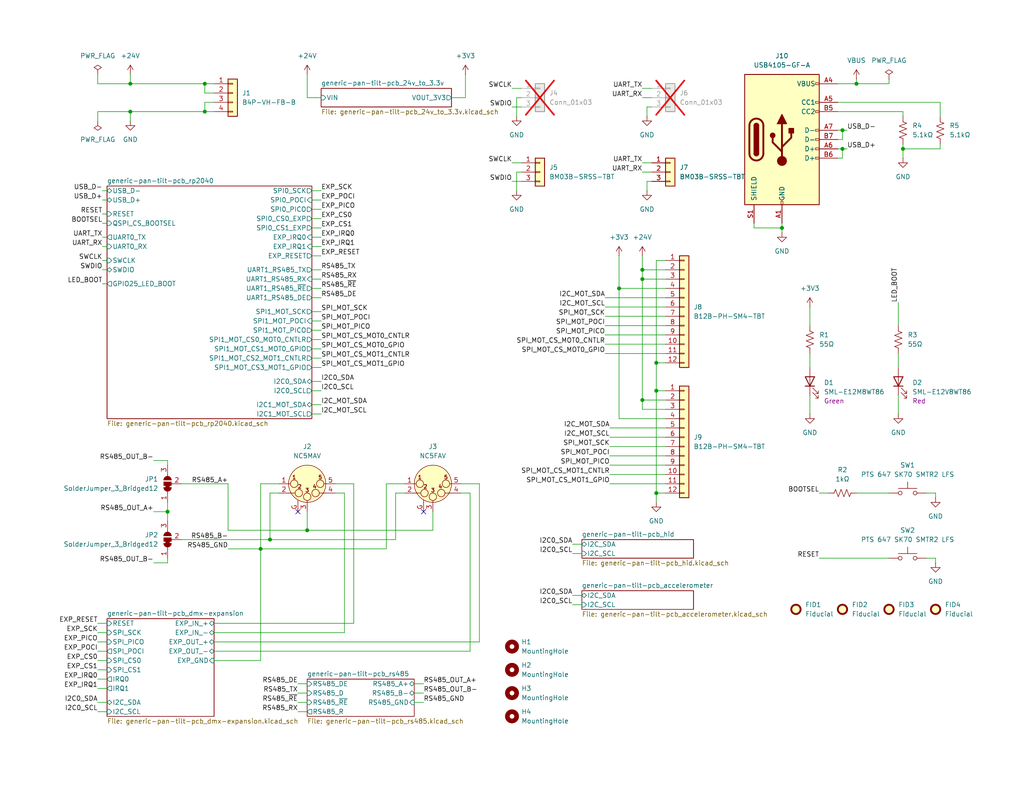
<source format=kicad_sch>
(kicad_sch (version 20231120) (generator "eeschema") (generator_version "8.0")
  (paper "USLetter")
  (title_block (title "Generic Pan Tilt PCB") (date "2024-07-10") (company "Responsive Environments, MIT Media Lab") (comment 1 "Perry Naseck"))
  (lib_symbols
    (symbol "Connector:USB_C_Receptacle_USB2.0_14P" (pin_names (offset 1.016))
      (property "Reference" "J" (at 0 22.225 0))
      (property "Value" "USB_C_Receptacle_USB2.0_14P" (at 0 19.685 0))
      (symbol "USB_C_Receptacle_USB2.0_14P_1_1"
        (pin passive line (at 0 -22.86 90) (length 5.08) (name "GND") (number "A1"))
        (pin passive line (at 0 -22.86 90) (length 5.08) hide (name "GND") (number "A12"))
        (pin passive line (at 15.24 15.24 180) (length 5.08) (name "VBUS") (number "A4"))
        (pin bidirectional line (at 15.24 10.16 180) (length 5.08) (name "CC1") (number "A5"))
        (pin bidirectional line (at 15.24 -2.54 180) (length 5.08) (name "D+") (number "A6"))
        (pin bidirectional line (at 15.24 2.54 180) (length 5.08) (name "D-") (number "A7"))
        (pin passive line (at 15.24 15.24 180) (length 5.08) hide (name "VBUS") (number "A9"))
        (pin passive line (at 0 -22.86 90) (length 5.08) hide (name "GND") (number "B1"))
        (pin passive line (at 0 -22.86 90) (length 5.08) hide (name "GND") (number "B12"))
        (pin passive line (at 15.24 15.24 180) (length 5.08) hide (name "VBUS") (number "B4"))
        (pin bidirectional line (at 15.24 7.62 180) (length 5.08) (name "CC2") (number "B5"))
        (pin bidirectional line (at 15.24 -5.08 180) (length 5.08) (name "D+") (number "B6"))
        (pin bidirectional line (at 15.24 0 180) (length 5.08) (name "D-") (number "B7"))
        (pin passive line (at 15.24 15.24 180) (length 5.08) hide (name "VBUS") (number "B9"))
        (pin passive line (at -7.62 -22.86 90) (length 5.08) (name "SHIELD") (number "S1"))
      )
    )
    (symbol "Connector_Audio:NC5FAV" (pin_names hide)
      (property "Reference" "J" (at 0 8.89 0))
      (property "Value" "NC5FAV" (at 0 6.35 0))
      (symbol "NC5FAV_0_1"
        (text "1" (at -3.556 1.778 0) (effects (font (size 1.016 1.016) (bold yes))))
        (text "2" (at -2.032 -0.762 0) (effects (font (size 1.016 1.016) (bold yes))))
        (text "3" (at 0 -1.778 0) (effects (font (size 1.016 1.016) (bold yes))))
        (text "4" (at 2.032 -0.762 0) (effects (font (size 1.016 1.016) (bold yes))))
        (text "5" (at 3.556 1.778 0) (effects (font (size 1.016 1.016) (bold yes))))
      )
      (symbol "NC5FAV_1_1"
        (pin passive line (at -7.62 0 0) (length 2.54) (name "P1") (number "1"))
        (pin passive line (at -7.62 -2.54 0) (length 2.54) (name "P2") (number "2"))
        (pin passive line (at 0 -7.62 90) (length 2.54) (name "P3") (number "3"))
        (pin passive line (at 7.62 -2.54 180) (length 2.54) (name "P3") (number "4"))
        (pin passive line (at 7.62 0 180) (length 2.54) (name "P5") (number "5"))
        (pin passive line (at -2.54 -7.62 90) (length 2.54) (name "~") (number "G"))
      )
    )
    (symbol "Connector_Audio:NC5MAV" (pin_names hide)
      (property "Reference" "J" (at 0 8.89 0))
      (property "Value" "NC5MAV" (at 0 6.35 0))
      (symbol "NC5MAV_0_1"
        (text "1" (at -3.556 1.778 0) (effects (font (size 1.016 1.016) (bold yes))))
        (text "2" (at -2.032 -0.762 0) (effects (font (size 1.016 1.016) (bold yes))))
        (text "3" (at 0 -1.778 0) (effects (font (size 1.016 1.016) (bold yes))))
        (text "4" (at 2.032 -0.762 0) (effects (font (size 1.016 1.016) (bold yes))))
        (text "5" (at 3.556 1.778 0) (effects (font (size 1.016 1.016) (bold yes))))
      )
      (symbol "NC5MAV_1_1"
        (pin passive line (at -7.62 0 0) (length 2.54) (name "P1") (number "1"))
        (pin passive line (at -7.62 -2.54 0) (length 2.54) (name "P2") (number "2"))
        (pin passive line (at 0 -7.62 90) (length 2.54) (name "P3") (number "3"))
        (pin passive line (at 7.62 -2.54 180) (length 2.54) (name "P3") (number "4"))
        (pin passive line (at 7.62 0 180) (length 2.54) (name "P5") (number "5"))
        (pin passive line (at -2.54 -7.62 90) (length 2.54) (name "~") (number "G"))
      )
    )
    (symbol "Connector_Generic:Conn_01x03" (pin_names (offset 1.016) hide)
      (property "Reference" "J" (at 0 5.08 0))
      (property "Value" "Conn_01x03" (at 0 -5.08 0))
      (symbol "Conn_01x03_1_1"
        (pin passive line (at -5.08 2.54 0) (length 3.81) (name "Pin_1") (number "1"))
        (pin passive line (at -5.08 0 0) (length 3.81) (name "Pin_2") (number "2"))
        (pin passive line (at -5.08 -2.54 0) (length 3.81) (name "Pin_3") (number "3"))
      )
    )
    (symbol "Connector_Generic:Conn_01x04" (pin_names (offset 1.016) hide)
      (property "Reference" "J" (at 0 5.08 0))
      (property "Value" "Conn_01x04" (at 0 -7.62 0))
      (symbol "Conn_01x04_1_1"
        (pin passive line (at -5.08 2.54 0) (length 3.81) (name "Pin_1") (number "1"))
        (pin passive line (at -5.08 0 0) (length 3.81) (name "Pin_2") (number "2"))
        (pin passive line (at -5.08 -2.54 0) (length 3.81) (name "Pin_3") (number "3"))
        (pin passive line (at -5.08 -5.08 0) (length 3.81) (name "Pin_4") (number "4"))
      )
    )
    (symbol "Connector_Generic:Conn_01x12" (pin_names (offset 1.016) hide)
      (property "Reference" "J" (at 0 15.24 0))
      (property "Value" "Conn_01x12" (at 0 -17.78 0))
      (symbol "Conn_01x12_1_1"
        (pin passive line (at -5.08 12.7 0) (length 3.81) (name "Pin_1") (number "1"))
        (pin passive line (at -5.08 -10.16 0) (length 3.81) (name "Pin_10") (number "10"))
        (pin passive line (at -5.08 -12.7 0) (length 3.81) (name "Pin_11") (number "11"))
        (pin passive line (at -5.08 -15.24 0) (length 3.81) (name "Pin_12") (number "12"))
        (pin passive line (at -5.08 10.16 0) (length 3.81) (name "Pin_2") (number "2"))
        (pin passive line (at -5.08 7.62 0) (length 3.81) (name "Pin_3") (number "3"))
        (pin passive line (at -5.08 5.08 0) (length 3.81) (name "Pin_4") (number "4"))
        (pin passive line (at -5.08 2.54 0) (length 3.81) (name "Pin_5") (number "5"))
        (pin passive line (at -5.08 0 0) (length 3.81) (name "Pin_6") (number "6"))
        (pin passive line (at -5.08 -2.54 0) (length 3.81) (name "Pin_7") (number "7"))
        (pin passive line (at -5.08 -5.08 0) (length 3.81) (name "Pin_8") (number "8"))
        (pin passive line (at -5.08 -7.62 0) (length 3.81) (name "Pin_9") (number "9"))
      )
    )
    (symbol "Device:LED" (pin_numbers hide) (pin_names (offset 1.016) hide)
      (property "Reference" "D" (at 0 2.54 0))
      (property "Value" "LED" (at 0 -2.54 0))
      (symbol "LED_1_1"
        (pin passive line (at -3.81 0 0) (length 2.54) (name "K") (number "1"))
        (pin passive line (at 3.81 0 180) (length 2.54) (name "A") (number "2"))
      )
    )
    (symbol "Device:R_US" (pin_numbers hide) (pin_names (offset 0))
      (property "Reference" "R" (at 2.54 0 90))
      (property "Value" "R_US" (at -2.54 0 90))
      (symbol "R_US_1_1"
        (pin passive line (at 0 3.81 270) (length 1.27) (name "~") (number "1"))
        (pin passive line (at 0 -3.81 90) (length 1.27) (name "~") (number "2"))
      )
    )
    (symbol "Jumper:SolderJumper_3_Bridged12" (pin_names (offset 0) hide) (exclude_from_sim yes) (in_bom no)
      (property "Reference" "JP" (at -2.54 -2.54 0))
      (property "Value" "SolderJumper_3_Bridged12" (at 0 2.794 0))
      (symbol "SolderJumper_3_Bridged12_1_1"
        (pin passive line (at -5.08 0 0) (length 2.54) (name "A") (number "1"))
        (pin passive line (at 0 -3.81 90) (length 2.54) (name "C") (number "2"))
        (pin passive line (at 5.08 0 180) (length 2.54) (name "B") (number "3"))
      )
    )
    (symbol "Mechanical:Fiducial" (exclude_from_sim yes) (in_bom no)
      (property "Reference" "FID" (at 0 5.08 0))
      (property "Value" "Fiducial" (at 0 3.175 0))
    )
    (symbol "Mechanical:MountingHole" (pin_names (offset 1.016)) (exclude_from_sim yes) (in_bom no)
      (property "Reference" "H" (at 0 5.08 0))
      (property "Value" "MountingHole" (at 0 3.175 0))
    )
    (symbol "Switch:SW_Push" (pin_numbers hide) (pin_names (offset 1.016) hide)
      (property "Reference" "SW" (at 1.27 2.54 0))
      (property "Value" "SW_Push" (at 0 -1.524 0))
      (symbol "SW_Push_0_1"
        (pin passive line (at -5.08 0 0) (length 2.54) (name "1") (number "1"))
        (pin passive line (at 5.08 0 180) (length 2.54) (name "2") (number "2"))
      )
    )
    (symbol "power:+24V" (power) (pin_numbers hide) (pin_names (offset 0) hide)
      (property "Value" "+24V" (at 0 3.556 0))
      (symbol "+24V_1_1"
        (pin power_in line (at 0 0 90) (length 0) (name "~") (number "1"))
      )
    )
    (symbol "power:+3V3" (power) (pin_numbers hide) (pin_names (offset 0) hide)
      (property "Value" "+3V3" (at 0 3.556 0))
      (symbol "+3V3_1_1"
        (pin power_in line (at 0 0 90) (length 0) (name "~") (number "1"))
      )
    )
    (symbol "power:GND" (power) (pin_numbers hide) (pin_names (offset 0) hide)
      (property "Value" "GND" (at 0 -3.81 0))
      (symbol "GND_1_1"
        (pin power_in line (at 0 0 270) (length 0) (name "~") (number "1"))
      )
    )
    (symbol "power:PWR_FLAG" (power) (pin_numbers hide) (pin_names (offset 0) hide)
      (property "Value" "PWR_FLAG" (at 0 3.81 0))
      (symbol "PWR_FLAG_0_0"
        (pin power_out line (at 0 0 90) (length 0) (name "~") (number "1"))
      )
    )
    (symbol "power:VBUS" (power) (pin_numbers hide) (pin_names (offset 0) hide)
      (property "Value" "VBUS" (at 0 3.556 0))
      (symbol "VBUS_1_1"
        (pin power_in line (at 0 0 90) (length 0) (name "~") (number "1"))
      )
    )
  )
  (junction (at 179.07 106.68))
  (junction (at 179.07 99.06))
  (junction (at 45.72 139.7))
  (junction (at 35.56 30.48))
  (junction (at 83.82 144.78))
  (junction (at 168.91 78.74))
  (junction (at 175.26 73.66))
  (junction (at 233.68 22.86))
  (junction (at 246.38 40.64))
  (junction (at 229.87 35.56))
  (junction (at 71.12 149.86))
  (junction (at 35.56 22.86))
  (junction (at 229.87 40.64))
  (junction (at 73.66 147.32))
  (junction (at 179.07 134.62))
  (junction (at 55.88 22.86))
  (junction (at 175.26 76.2))
  (junction (at 213.36 62.23))
  (junction (at 55.88 30.48))
  (junction (at 175.26 109.22))
  (no_connect (at 81.28 139.7))
  (no_connect (at 115.57 139.7))
  (wire (pts (xy 140.97 26.67) (xy 140.97 31.75)))
  (wire (pts (xy 93.98 134.62) (xy 93.98 172.72)))
  (wire (pts (xy 85.09 64.77) (xy 87.63 64.77)))
  (wire (pts (xy 26.67 182.88) (xy 29.21 182.88)))
  (wire (pts (xy 229.87 43.18) (xy 228.6 43.18)))
  (wire (pts (xy 176.53 29.21) (xy 176.53 31.75)))
  (wire (pts (xy 242.57 21.59) (xy 242.57 22.86)))
  (wire (pts (xy 83.82 144.78) (xy 118.11 144.78)))
  (wire (pts (xy 179.07 137.16) (xy 179.07 134.62)))
  (wire (pts (xy 165.1 93.98) (xy 181.61 93.98)))
  (wire (pts (xy 175.26 69.85) (xy 175.26 73.66)))
  (wire (pts (xy 71.12 180.34) (xy 71.12 149.86)))
  (wire (pts (xy 73.66 147.32) (xy 107.95 147.32)))
  (wire (pts (xy 166.37 124.46) (xy 181.61 124.46)))
  (wire (pts (xy 76.2 132.08) (xy 71.12 132.08)))
  (wire (pts (xy 62.23 132.08) (xy 62.23 144.78)))
  (wire (pts (xy 168.91 69.85) (xy 168.91 78.74)))
  (wire (pts (xy 118.11 144.78) (xy 118.11 139.7)))
  (wire (pts (xy 228.6 35.56) (xy 229.87 35.56)))
  (wire (pts (xy 85.09 76.2) (xy 87.63 76.2)))
  (wire (pts (xy 45.72 139.7) (xy 45.72 142.24)))
  (wire (pts (xy 175.26 26.67) (xy 177.8 26.67)))
  (wire (pts (xy 228.6 27.94) (xy 256.54 27.94)))
  (wire (pts (xy 175.26 46.99) (xy 177.8 46.99)))
  (wire (pts (xy 27.94 67.31) (xy 29.21 67.31)))
  (wire (pts (xy 213.36 62.23) (xy 213.36 63.5)))
  (wire (pts (xy 71.12 132.08) (xy 71.12 149.86)))
  (wire (pts (xy 85.09 78.74) (xy 87.63 78.74)))
  (wire (pts (xy 26.67 170.18) (xy 29.21 170.18)))
  (wire (pts (xy 229.87 35.56) (xy 231.14 35.56)))
  (wire (pts (xy 85.09 85.09) (xy 87.63 85.09)))
  (wire (pts (xy 110.49 132.08) (xy 105.41 132.08)))
  (wire (pts (xy 175.26 111.76) (xy 175.26 109.22)))
  (wire (pts (xy 246.38 30.48) (xy 246.38 31.75)))
  (wire (pts (xy 71.12 149.86) (xy 62.23 149.86)))
  (wire (pts (xy 27.94 77.47) (xy 29.21 77.47)))
  (wire (pts (xy 81.28 194.31) (xy 83.82 194.31)))
  (wire (pts (xy 245.11 82.55) (xy 245.11 88.9)))
  (wire (pts (xy 83.82 26.67) (xy 87.63 26.67)))
  (wire (pts (xy 165.1 88.9) (xy 181.61 88.9)))
  (wire (pts (xy 181.61 76.2) (xy 175.26 76.2)))
  (wire (pts (xy 85.09 59.69) (xy 87.63 59.69)))
  (wire (pts (xy 26.67 191.77) (xy 29.21 191.77)))
  (wire (pts (xy 27.94 52.07) (xy 29.21 52.07)))
  (wire (pts (xy 58.42 27.94) (xy 55.88 27.94)))
  (wire (pts (xy 142.24 26.67) (xy 140.97 26.67)))
  (wire (pts (xy 85.09 87.63) (xy 87.63 87.63)))
  (wire (pts (xy 165.1 86.36) (xy 181.61 86.36)))
  (wire (pts (xy 220.98 96.52) (xy 220.98 100.33)))
  (wire (pts (xy 113.03 191.77) (xy 115.57 191.77)))
  (wire (pts (xy 81.28 189.23) (xy 83.82 189.23)))
  (wire (pts (xy 228.6 22.86) (xy 233.68 22.86)))
  (wire (pts (xy 166.37 129.54) (xy 181.61 129.54)))
  (wire (pts (xy 85.09 57.15) (xy 87.63 57.15)))
  (wire (pts (xy 229.87 38.1) (xy 228.6 38.1)))
  (wire (pts (xy 85.09 110.49) (xy 87.63 110.49)))
  (wire (pts (xy 85.09 67.31) (xy 87.63 67.31)))
  (wire (pts (xy 166.37 119.38) (xy 181.61 119.38)))
  (wire (pts (xy 96.52 170.18) (xy 96.52 132.08)))
  (wire (pts (xy 113.03 189.23) (xy 115.57 189.23)))
  (wire (pts (xy 55.88 25.4) (xy 58.42 25.4)))
  (wire (pts (xy 168.91 78.74) (xy 181.61 78.74)))
  (wire (pts (xy 93.98 172.72) (xy 58.42 172.72)))
  (wire (pts (xy 255.27 152.4) (xy 252.73 152.4)))
  (wire (pts (xy 168.91 114.3) (xy 181.61 114.3)))
  (wire (pts (xy 26.67 185.42) (xy 29.21 185.42)))
  (wire (pts (xy 139.7 49.53) (xy 142.24 49.53)))
  (wire (pts (xy 83.82 20.32) (xy 83.82 26.67)))
  (wire (pts (xy 181.61 106.68) (xy 179.07 106.68)))
  (wire (pts (xy 27.94 58.42) (xy 29.21 58.42)))
  (wire (pts (xy 179.07 106.68) (xy 179.07 134.62)))
  (wire (pts (xy 127 20.32) (xy 127 26.67)))
  (wire (pts (xy 35.56 30.48) (xy 55.88 30.48)))
  (wire (pts (xy 166.37 116.84) (xy 181.61 116.84)))
  (wire (pts (xy 26.67 20.32) (xy 26.67 22.86)))
  (wire (pts (xy 27.94 71.12) (xy 29.21 71.12)))
  (wire (pts (xy 175.26 44.45) (xy 177.8 44.45)))
  (wire (pts (xy 179.07 71.12) (xy 179.07 99.06)))
  (wire (pts (xy 85.09 62.23) (xy 87.63 62.23)))
  (wire (pts (xy 256.54 40.64) (xy 256.54 39.37)))
  (wire (pts (xy 255.27 135.89) (xy 255.27 134.62)))
  (wire (pts (xy 139.7 29.21) (xy 142.24 29.21)))
  (wire (pts (xy 85.09 54.61) (xy 87.63 54.61)))
  (wire (pts (xy 85.09 69.85) (xy 87.63 69.85)))
  (wire (pts (xy 81.28 186.69) (xy 83.82 186.69)))
  (wire (pts (xy 85.09 104.14) (xy 87.63 104.14)))
  (wire (pts (xy 85.09 73.66) (xy 87.63 73.66)))
  (wire (pts (xy 45.72 153.67) (xy 45.72 152.4)))
  (wire (pts (xy 205.74 60.96) (xy 205.74 62.23)))
  (wire (pts (xy 26.67 177.8) (xy 29.21 177.8)))
  (wire (pts (xy 55.88 22.86) (xy 55.88 25.4)))
  (wire (pts (xy 35.56 22.86) (xy 55.88 22.86)))
  (wire (pts (xy 179.07 99.06) (xy 179.07 106.68)))
  (wire (pts (xy 107.95 134.62) (xy 110.49 134.62)))
  (wire (pts (xy 73.66 134.62) (xy 73.66 147.32)))
  (wire (pts (xy 233.68 134.62) (xy 242.57 134.62)))
  (wire (pts (xy 156.21 162.56) (xy 158.75 162.56)))
  (wire (pts (xy 85.09 92.71) (xy 87.63 92.71)))
  (wire (pts (xy 165.1 81.28) (xy 181.61 81.28)))
  (wire (pts (xy 165.1 91.44) (xy 181.61 91.44)))
  (wire (pts (xy 156.21 165.1) (xy 158.75 165.1)))
  (wire (pts (xy 41.91 139.7) (xy 45.72 139.7)))
  (wire (pts (xy 49.53 147.32) (xy 73.66 147.32)))
  (wire (pts (xy 220.98 107.95) (xy 220.98 113.03)))
  (wire (pts (xy 105.41 149.86) (xy 71.12 149.86)))
  (wire (pts (xy 27.94 54.61) (xy 29.21 54.61)))
  (wire (pts (xy 85.09 81.28) (xy 87.63 81.28)))
  (wire (pts (xy 242.57 22.86) (xy 233.68 22.86)))
  (wire (pts (xy 213.36 60.96) (xy 213.36 62.23)))
  (wire (pts (xy 26.67 175.26) (xy 29.21 175.26)))
  (wire (pts (xy 125.73 134.62) (xy 128.27 134.62)))
  (wire (pts (xy 165.1 96.52) (xy 181.61 96.52)))
  (wire (pts (xy 181.61 71.12) (xy 179.07 71.12)))
  (wire (pts (xy 168.91 78.74) (xy 168.91 114.3)))
  (wire (pts (xy 175.26 109.22) (xy 181.61 109.22)))
  (wire (pts (xy 41.91 153.67) (xy 45.72 153.67)))
  (wire (pts (xy 26.67 180.34) (xy 29.21 180.34)))
  (wire (pts (xy 26.67 30.48) (xy 26.67 33.02)))
  (wire (pts (xy 255.27 134.62) (xy 252.73 134.62)))
  (wire (pts (xy 58.42 180.34) (xy 71.12 180.34)))
  (wire (pts (xy 105.41 132.08) (xy 105.41 149.86)))
  (wire (pts (xy 229.87 40.64) (xy 229.87 43.18)))
  (wire (pts (xy 27.94 73.66) (xy 29.21 73.66)))
  (wire (pts (xy 76.2 134.62) (xy 73.66 134.62)))
  (wire (pts (xy 220.98 83.82) (xy 220.98 88.9)))
  (wire (pts (xy 223.52 134.62) (xy 226.06 134.62)))
  (wire (pts (xy 41.91 125.73) (xy 45.72 125.73)))
  (wire (pts (xy 107.95 147.32) (xy 107.95 134.62)))
  (wire (pts (xy 130.81 132.08) (xy 125.73 132.08)))
  (wire (pts (xy 175.26 73.66) (xy 175.26 76.2)))
  (wire (pts (xy 45.72 125.73) (xy 45.72 127)))
  (wire (pts (xy 179.07 99.06) (xy 181.61 99.06)))
  (wire (pts (xy 233.68 21.59) (xy 233.68 22.86)))
  (wire (pts (xy 45.72 137.16) (xy 45.72 139.7)))
  (wire (pts (xy 113.03 186.69) (xy 115.57 186.69)))
  (wire (pts (xy 176.53 49.53) (xy 176.53 52.07)))
  (wire (pts (xy 255.27 153.67) (xy 255.27 152.4)))
  (wire (pts (xy 85.09 95.25) (xy 87.63 95.25)))
  (wire (pts (xy 245.11 96.52) (xy 245.11 100.33)))
  (wire (pts (xy 179.07 134.62) (xy 181.61 134.62)))
  (wire (pts (xy 229.87 40.64) (xy 231.14 40.64)))
  (wire (pts (xy 27.94 60.96) (xy 29.21 60.96)))
  (wire (pts (xy 26.67 194.31) (xy 29.21 194.31)))
  (wire (pts (xy 246.38 40.64) (xy 246.38 43.18)))
  (wire (pts (xy 156.21 151.13) (xy 158.75 151.13)))
  (wire (pts (xy 96.52 132.08) (xy 91.44 132.08)))
  (wire (pts (xy 166.37 121.92) (xy 181.61 121.92)))
  (wire (pts (xy 123.19 26.67) (xy 127 26.67)))
  (wire (pts (xy 62.23 144.78) (xy 83.82 144.78)))
  (wire (pts (xy 165.1 83.82) (xy 181.61 83.82)))
  (wire (pts (xy 166.37 127) (xy 181.61 127)))
  (wire (pts (xy 62.23 132.08) (xy 49.53 132.08)))
  (wire (pts (xy 35.56 33.02) (xy 35.56 30.48)))
  (wire (pts (xy 26.67 30.48) (xy 35.56 30.48)))
  (wire (pts (xy 139.7 44.45) (xy 142.24 44.45)))
  (wire (pts (xy 55.88 22.86) (xy 58.42 22.86)))
  (wire (pts (xy 83.82 144.78) (xy 83.82 139.7)))
  (wire (pts (xy 181.61 111.76) (xy 175.26 111.76)))
  (wire (pts (xy 177.8 29.21) (xy 176.53 29.21)))
  (wire (pts (xy 81.28 191.77) (xy 83.82 191.77)))
  (wire (pts (xy 166.37 132.08) (xy 181.61 132.08)))
  (wire (pts (xy 85.09 100.33) (xy 87.63 100.33)))
  (wire (pts (xy 26.67 22.86) (xy 35.56 22.86)))
  (wire (pts (xy 156.21 148.59) (xy 158.75 148.59)))
  (wire (pts (xy 142.24 46.99) (xy 140.97 46.99)))
  (wire (pts (xy 85.09 113.03) (xy 87.63 113.03)))
  (wire (pts (xy 223.52 152.4) (xy 242.57 152.4)))
  (wire (pts (xy 128.27 134.62) (xy 128.27 177.8)))
  (wire (pts (xy 177.8 49.53) (xy 176.53 49.53)))
  (wire (pts (xy 228.6 30.48) (xy 246.38 30.48)))
  (wire (pts (xy 175.26 76.2) (xy 175.26 109.22)))
  (wire (pts (xy 85.09 52.07) (xy 87.63 52.07)))
  (wire (pts (xy 58.42 170.18) (xy 96.52 170.18)))
  (wire (pts (xy 139.7 24.13) (xy 142.24 24.13)))
  (wire (pts (xy 55.88 27.94) (xy 55.88 30.48)))
  (wire (pts (xy 205.74 62.23) (xy 213.36 62.23)))
  (wire (pts (xy 91.44 134.62) (xy 93.98 134.62)))
  (wire (pts (xy 58.42 175.26) (xy 130.81 175.26)))
  (wire (pts (xy 85.09 90.17) (xy 87.63 90.17)))
  (wire (pts (xy 26.67 172.72) (xy 29.21 172.72)))
  (wire (pts (xy 26.67 187.96) (xy 29.21 187.96)))
  (wire (pts (xy 35.56 20.32) (xy 35.56 22.86)))
  (wire (pts (xy 175.26 73.66) (xy 181.61 73.66)))
  (wire (pts (xy 246.38 40.64) (xy 256.54 40.64)))
  (wire (pts (xy 85.09 106.68) (xy 87.63 106.68)))
  (wire (pts (xy 245.11 107.95) (xy 245.11 113.03)))
  (wire (pts (xy 246.38 39.37) (xy 246.38 40.64)))
  (wire (pts (xy 256.54 27.94) (xy 256.54 31.75)))
  (wire (pts (xy 130.81 175.26) (xy 130.81 132.08)))
  (wire (pts (xy 55.88 30.48) (xy 58.42 30.48)))
  (wire (pts (xy 229.87 35.56) (xy 229.87 38.1)))
  (wire (pts (xy 228.6 40.64) (xy 229.87 40.64)))
  (wire (pts (xy 175.26 24.13) (xy 177.8 24.13)))
  (wire (pts (xy 27.94 64.77) (xy 29.21 64.77)))
  (wire (pts (xy 140.97 46.99) (xy 140.97 52.07)))
  (wire (pts (xy 85.09 97.79) (xy 87.63 97.79)))
  (wire (pts (xy 128.27 177.8) (xy 58.42 177.8)))
  (label "RS485_TX" (at 81.28 189.23 180))
  (label "SWCLK" (at 139.7 24.13 180))
  (label "RS485_DE" (at 87.63 81.28 0))
  (label "I2C0_SCL" (at 26.67 194.31 180))
  (label "SPI_MOT_CS_MOT0_CNTLR" (at 165.1 93.98 180))
  (label "SPI_MOT_POCI" (at 165.1 88.9 180))
  (label "RS485_GND" (at 115.57 191.77 0))
  (label "RS485_~{RE}" (at 87.63 78.74 0))
  (label "I2C0_SDA" (at 156.21 148.59 180))
  (label "EXP_RESET" (at 26.67 170.18 180))
  (label "EXP_POCI" (at 26.67 177.8 180))
  (label "RS485_TX" (at 87.63 73.66 0))
  (label "BOOTSEL" (at 223.52 134.62 180))
  (label "SPI_MOT_PICO" (at 166.37 127 180))
  (label "I2C_MOT_SCL" (at 87.63 113.03 0))
  (label "I2C0_SDA" (at 156.21 162.56 180))
  (label "SPI_MOT_PICO" (at 87.63 90.17 0))
  (label "SPI_MOT_SCK" (at 166.37 121.92 180))
  (label "SPI_MOT_CS_MOT1_GPIO" (at 166.37 132.08 180))
  (label "EXP_SCK" (at 87.63 52.07 0))
  (label "RS485_~{RE}" (at 81.28 191.77 180))
  (label "SPI_MOT_SCK" (at 87.63 85.09 0))
  (label "RS485_OUT_A+" (at 115.57 186.69 0))
  (label "SPI_MOT_CS_MOT0_GPIO" (at 87.63 95.25 0))
  (label "RESET" (at 223.52 152.4 180))
  (label "I2C0_SDA" (at 87.63 104.14 0))
  (label "RS485_RX" (at 81.28 194.31 180))
  (label "SPI_MOT_CS_MOT1_GPIO" (at 87.63 100.33 0))
  (label "EXP_SCK" (at 26.67 172.72 180))
  (label "I2C_MOT_SDA" (at 166.37 116.84 180))
  (label "USB_D+" (at 231.14 40.64 0))
  (label "SWDIO" (at 27.94 73.66 180))
  (label "RS485_OUT_B-" (at 41.91 153.67 180))
  (label "SPI_MOT_CS_MOT1_CNTLR" (at 166.37 129.54 180))
  (label "BOOTSEL" (at 27.94 60.96 180))
  (label "I2C_MOT_SCL" (at 166.37 119.38 180))
  (label "SWDIO" (at 139.7 49.53 180))
  (label "LED_BOOT" (at 27.94 77.47 180))
  (label "RESET" (at 27.94 58.42 180))
  (label "EXP_IRQ1" (at 26.67 187.96 180))
  (label "SWDIO" (at 139.7 29.21 180))
  (label "I2C0_SDA" (at 26.67 191.77 180))
  (label "UART_TX" (at 175.26 24.13 180))
  (label "EXP_RESET" (at 87.63 69.85 0))
  (label "UART_RX" (at 175.26 46.99 180))
  (label "SPI_MOT_CS_MOT0_GPIO" (at 165.1 96.52 180))
  (label "USB_D-" (at 27.94 52.07 180))
  (label "RS485_DE" (at 81.28 186.69 180))
  (label "EXP_IRQ1" (at 87.63 67.31 0))
  (label "UART_RX" (at 27.94 67.31 180))
  (label "SWCLK" (at 139.7 44.45 180))
  (label "EXP_CS0" (at 26.67 180.34 180))
  (label "EXP_IRQ0" (at 87.63 64.77 0))
  (label "I2C0_SCL" (at 87.63 106.68 0))
  (label "LED_BOOT" (at 245.11 82.55 90))
  (label "I2C0_SCL" (at 156.21 165.1 180))
  (label "EXP_CS0" (at 87.63 59.69 0))
  (label "SPI_MOT_SCK" (at 165.1 86.36 180))
  (label "I2C0_SCL" (at 156.21 151.13 180))
  (label "EXP_PICO" (at 26.67 175.26 180))
  (label "EXP_PICO" (at 87.63 57.15 0))
  (label "RS485_B-" (at 62.23 147.32 180))
  (label "RS485_OUT_B-" (at 115.57 189.23 0))
  (label "USB_D+" (at 27.94 54.61 180))
  (label "SPI_MOT_CS_MOT0_CNTLR" (at 87.63 92.71 0))
  (label "RS485_RX" (at 87.63 76.2 0))
  (label "USB_D-" (at 231.14 35.56 0))
  (label "I2C_MOT_SDA" (at 165.1 81.28 180))
  (label "RS485_A+" (at 62.23 132.08 180))
  (label "UART_RX" (at 175.26 26.67 180))
  (label "I2C_MOT_SCL" (at 165.1 83.82 180))
  (label "SPI_MOT_CS_MOT1_CNTLR" (at 87.63 97.79 0))
  (label "EXP_IRQ0" (at 26.67 185.42 180))
  (label "SPI_MOT_PICO" (at 165.1 91.44 180))
  (label "EXP_POCI" (at 87.63 54.61 0))
  (label "SPI_MOT_POCI" (at 166.37 124.46 180))
  (label "RS485_OUT_A+" (at 41.91 139.7 180))
  (label "SWCLK" (at 27.94 71.12 180))
  (label "I2C_MOT_SDA" (at 87.63 110.49 0))
  (label "RS485_GND" (at 62.23 149.86 180))
  (label "SPI_MOT_POCI" (at 87.63 87.63 0))
  (label "EXP_CS1" (at 26.67 182.88 180))
  (label "EXP_CS1" (at 87.63 62.23 0))
  (label "RS485_OUT_B-" (at 41.91 125.73 180))
  (label "UART_TX" (at 27.94 64.77 180))
  (label "UART_TX" (at 175.26 44.45 180))
  (symbol (lib_id "power:GND") (at 255.27 135.89 0) (unit 1)
    (property "Reference" "#PWR018" (effects (hide yes)))
    (property "Value" "GND" (at 255.27 140.97 0))
    (property "Description" "Power symbol creates a global label with name \"GND\" , ground" (effects (hide yes)))
  )
  (symbol (lib_id "power:GND") (at 140.97 52.07 0) (unit 1)
    (property "Reference" "#PWR06" (effects (hide yes)))
    (property "Value" "GND" (at 140.97 57.15 0))
    (property "Description" "Power symbol creates a global label with name \"GND\" , ground" (effects (hide yes)))
  )
  (symbol (lib_id "power:+3V3") (at 220.98 83.82 0) (unit 1)
    (property "Reference" "#PWR013" (effects (hide yes)))
    (property "Value" "+3V3" (at 220.98 78.74 0))
    (property "Description" "Power symbol creates a global label with name \"+3V3\"" (effects (hide yes)))
  )
  (symbol (lib_id "power:PWR_FLAG") (at 242.57 21.59 0) (unit 1)
    (property "Reference" "#FLG03" (effects (hide yes)))
    (property "Value" "PWR_FLAG" (at 242.57 16.51 0))
    (property "Description" "Special symbol for telling ERC where power comes from" (effects (hide yes)))
  )
  (symbol (lib_id "Connector_Generic:Conn_01x04") (at 63.5 25.4 0) (unit 1)
    (property "Reference" "J1" (at 66.04 25.3999 0) (effects (justify left)))
    (property "Value" "B4P-VH-FB-B" (at 66.04 27.9399 0) (effects (justify left)))
    (property "Footprint" "Connector_JST:JST_VH_B4PS-VH_1x04_P3.96mm_Horizontal" (effects (hide yes)))
    (property "Description" "Generic connector, single row, 01x04, script generated (kicad-library-utils/schlib/autogen/connector/)" (effects (hide yes)))
    (property "digikey#" "455-B4P-VH-FB-B-ND" (effects (hide yes)))
  )
  (symbol (lib_id "power:GND") (at 35.56 33.02 0) (unit 1)
    (property "Reference" "#PWR02" (effects (hide yes)))
    (property "Value" "GND" (at 35.56 38.1 0))
    (property "Description" "Power symbol creates a global label with name \"GND\" , ground" (effects (hide yes)))
  )
  (symbol (lib_id "Device:R_US") (at 245.11 92.71 0) (unit 1)
    (property "Reference" "R3" (at 247.65 91.4399 0) (effects (justify left)))
    (property "Value" "55Ω" (at 247.65 93.9799 0) (effects (justify left)))
    (property "Footprint" "Capacitor_SMD:C_0402_1005Metric" (effects (hide yes)))
    (property "Description" "Resistor, US symbol" (effects (hide yes)))
  )
  (symbol (lib_id "Connector_Generic:Conn_01x12") (at 186.69 83.82 0) (unit 1)
    (property "Reference" "J8" (at 189.23 83.8199 0) (effects (justify left)))
    (property "Value" "B12B-PH-SM4-TBT" (at 189.23 86.3599 0) (effects (justify left)))
    (property "Footprint" "Connector_JST:JST_PH_B12B-PH-SM4-TB_1x12-1MP_P2.00mm_Vertical" (effects (hide yes)))
    (property "Description" "Generic connector, single row, 01x12, script generated (kicad-library-utils/schlib/autogen/connector/)" (effects (hide yes)))
    (property "digikey#" "455-B12B-PH-SM4-TBTCT-ND" (effects (hide yes)))
  )
  (symbol (lib_id "Connector_Generic:Conn_01x03") (at 147.32 26.67 0) (unit 1) (in_bom no) (on_board no) (dnp yes)
    (property "Reference" "J4" (at 149.86 25.3999 0) (effects (justify left)))
    (property "Value" "Conn_01x03" (at 149.86 27.9399 0) (effects (justify left)))
    (property "Footprint" "Connector_PinHeader_2.54mm:PinHeader_1x03_P2.54mm_Vertical_SMD_Pin1Left" (effects (hide yes)))
    (property "Description" "Generic connector, single row, 01x03, script generated (kicad-library-utils/schlib/autogen/connector/)" (effects (hide yes)))
  )
  (symbol (lib_id "Mechanical:Fiducial") (at 229.87 166.37 0) (unit 1) (exclude_from_sim yes) (in_bom no)
    (property "Reference" "FID2" (at 232.41 165.0999 0) (effects (justify left)))
    (property "Value" "Fiducial" (at 232.41 167.6399 0) (effects (justify left)))
    (property "Footprint" "Fiducial:Fiducial_0.5mm_Mask1mm" (effects (hide yes)))
    (property "Description" "Fiducial Marker" (effects (hide yes)))
  )
  (symbol (lib_id "Mechanical:MountingHole") (at 139.7 189.23 0) (unit 1) (exclude_from_sim yes) (in_bom no)
    (property "Reference" "H3" (at 142.24 187.9599 0) (effects (justify left)))
    (property "Value" "MountingHole" (at 142.24 190.4999 0) (effects (justify left)))
    (property "Footprint" "MountingHole:MountingHole_3.2mm_M3" (effects (hide yes)))
    (property "Description" "Mounting Hole without connection" (effects (hide yes)))
  )
  (symbol (lib_id "Connector_Generic:Conn_01x03") (at 147.32 46.99 0) (unit 1)
    (property "Reference" "J5" (at 149.86 45.7199 0) (effects (justify left)))
    (property "Value" "BM03B-SRSS-TBT" (at 149.86 48.2599 0) (effects (justify left)))
    (property "Footprint" "Connector_JST:JST_SH_BM03B-SRSS-TB_1x03-1MP_P1.00mm_Vertical" (effects (hide yes)))
    (property "Description" "Generic connector, single row, 01x03, script generated (kicad-library-utils/schlib/autogen/connector/)" (effects (hide yes)))
    (property "digikey#" "455-BM03B-SRSS-TBTCT-ND" (effects (hide yes)))
  )
  (symbol (lib_id "Device:R_US") (at 220.98 92.71 0) (unit 1)
    (property "Reference" "R1" (at 223.52 91.4399 0) (effects (justify left)))
    (property "Value" "55Ω" (at 223.52 93.9799 0) (effects (justify left)))
    (property "Footprint" "Capacitor_SMD:C_0402_1005Metric" (effects (hide yes)))
    (property "Description" "Resistor, US symbol" (effects (hide yes)))
  )
  (symbol (lib_id "power:GND") (at 246.38 43.18 0) (unit 1)
    (property "Reference" "#PWR017" (effects (hide yes)))
    (property "Value" "GND" (at 246.38 48.26 0))
    (property "Description" "Power symbol creates a global label with name \"GND\" , ground" (effects (hide yes)))
  )
  (symbol (lib_id "power:PWR_FLAG") (at 26.67 20.32 0) (unit 1)
    (property "Reference" "#FLG01" (effects (hide yes)))
    (property "Value" "PWR_FLAG" (at 26.67 15.24 0))
    (property "Description" "Special symbol for telling ERC where power comes from" (effects (hide yes)))
  )
  (symbol (lib_id "power:VBUS") (at 233.68 21.59 0) (unit 1)
    (property "Reference" "#PWR015" (effects (hide yes)))
    (property "Value" "VBUS" (at 233.68 16.51 0))
    (property "Description" "Power symbol creates a global label with name \"VBUS\"" (effects (hide yes)))
  )
  (symbol (lib_id "power:GND") (at 179.07 137.16 0) (unit 1)
    (property "Reference" "#PWR011" (effects (hide yes)))
    (property "Value" "GND" (at 179.07 142.24 0))
    (property "Description" "Power symbol creates a global label with name \"GND\" , ground" (effects (hide yes)))
  )
  (symbol (lib_id "Connector_Audio:NC5FAV") (at 118.11 132.08 0) (unit 1)
    (property "Reference" "J3" (at 118.11 121.92 0))
    (property "Value" "NC5FAV" (at 118.11 124.46 0))
    (property "Footprint" "generic-pan-tilt-pcb:Jack_XLR_Neutrik_NC5FAV_Vertical_mod" (effects (hide yes)))
    (property "Datasheet" "https://www.neutrik.com/en/product/nc5fav" (effects (hide yes)))
    (property "Description" "A Series, 5 pole female XLR receptacle, grounding: separate ground contact to mating connector shell and front panel, vertical PCB mount" (effects (hide yes)))
    (property "manf#" "NC5FAV" (effects (hide yes)))
    (property "mouser#" "568-NC5FAV" (effects (hide yes)))
  )
  (symbol (lib_id "Device:LED") (at 245.11 104.14 90) (unit 1)
    (property "Reference" "D2" (at 248.92 104.4574 90) (effects (justify right)))
    (property "Value" "SML-E12V8WT86" (at 248.92 106.9974 90) (effects (justify right)))
    (property "Footprint" "LED_SMD:LED_0603_1608Metric" (effects (hide yes)))
    (property "Description" "Light emitting diode" (effects (hide yes)))
    (property "Color" "Red" (at 248.92 109.474 90) (effects (justify right)))
    (property "digikey#" "846-SML-E12V8WT86CT-ND" (effects (hide yes)))
    (property "manf#" "SML-E12V8WT86" (effects (hide yes)))
    (property "mouser#" "755-SML-E12V8WT86" (effects (hide yes)))
  )
  (symbol (lib_id "power:GND") (at 140.97 31.75 0) (unit 1)
    (property "Reference" "#PWR05" (effects (hide yes)))
    (property "Value" "GND" (at 140.97 36.83 0))
    (property "Description" "Power symbol creates a global label with name \"GND\" , ground" (effects (hide yes)))
  )
  (symbol (lib_id "power:+3V3") (at 127 20.32 0) (unit 1)
    (property "Reference" "#PWR04" (effects (hide yes)))
    (property "Value" "+3V3" (at 127 15.24 0))
    (property "Description" "Power symbol creates a global label with name \"+3V3\"" (effects (hide yes)))
  )
  (symbol (lib_id "Connector_Generic:Conn_01x03") (at 182.88 46.99 0) (unit 1)
    (property "Reference" "J7" (at 185.42 45.7199 0) (effects (justify left)))
    (property "Value" "BM03B-SRSS-TBT" (at 185.42 48.2599 0) (effects (justify left)))
    (property "Footprint" "Connector_JST:JST_SH_BM03B-SRSS-TB_1x03-1MP_P1.00mm_Vertical" (effects (hide yes)))
    (property "Description" "Generic connector, single row, 01x03, script generated (kicad-library-utils/schlib/autogen/connector/)" (effects (hide yes)))
    (property "digikey#" "455-BM03B-SRSS-TBTCT-ND" (effects (hide yes)))
  )
  (symbol (lib_id "power:GND") (at 213.36 63.5 0) (unit 1)
    (property "Reference" "#PWR012" (effects (hide yes)))
    (property "Value" "GND" (at 213.36 68.58 0))
    (property "Description" "Power symbol creates a global label with name \"GND\" , ground" (effects (hide yes)))
  )
  (symbol (lib_id "Connector_Audio:NC5MAV") (at 83.82 132.08 0) (unit 1)
    (property "Reference" "J2" (at 83.82 121.92 0))
    (property "Value" "NC5MAV" (at 83.82 124.46 0))
    (property "Footprint" "generic-pan-tilt-pcb:Jack_XLR_Neutrik_NC5MAV_Vertical_mod" (effects (hide yes)))
    (property "Datasheet" "https://www.neutrik.com/en/product/nc5mav" (effects (hide yes)))
    (property "Description" "A Series, 5 pole male XLR receptacle, grounding: separate ground contact to mating connector shell and front panel, vertical PCB mount" (effects (hide yes)))
    (property "manf#" "NC5MAV" (effects (hide yes)))
    (property "mouser#" "568-NC5MAV" (effects (hide yes)))
  )
  (symbol (lib_id "Jumper:SolderJumper_3_Bridged12") (at 45.72 132.08 90) (unit 1) (exclude_from_sim yes) (in_bom no)
    (property "Reference" "JP1" (at 43.18 130.8099 90) (effects (justify left)))
    (property "Value" "SolderJumper_3_Bridged12" (at 43.18 133.3499 90) (effects (justify left)))
    (property "Footprint" "Jumper:SolderJumper-3_P1.3mm_Bridged12_RoundedPad1.0x1.5mm_NumberLabels" (effects (hide yes)))
    (property "Description" "3-pole Solder Jumper, pins 1+2 closed/bridged" (effects (hide yes)))
  )
  (symbol (lib_id "power:+24V") (at 175.26 69.85 0) (unit 1)
    (property "Reference" "#PWR08" (effects (hide yes)))
    (property "Value" "+24V" (at 175.26 64.77 0))
    (property "Description" "Power symbol creates a global label with name \"+24V\"" (effects (hide yes)))
  )
  (symbol (lib_id "Connector_Generic:Conn_01x03") (at 182.88 26.67 0) (unit 1) (in_bom no) (on_board no) (dnp yes)
    (property "Reference" "J6" (at 185.42 25.3999 0) (effects (justify left)))
    (property "Value" "Conn_01x03" (at 185.42 27.9399 0) (effects (justify left)))
    (property "Footprint" "Connector_PinHeader_2.54mm:PinHeader_1x03_P2.54mm_Vertical_SMD_Pin1Left" (effects (hide yes)))
    (property "Description" "Generic connector, single row, 01x03, script generated (kicad-library-utils/schlib/autogen/connector/)" (effects (hide yes)))
  )
  (symbol (lib_id "power:GND") (at 220.98 113.03 0) (unit 1)
    (property "Reference" "#PWR014" (effects (hide yes)))
    (property "Value" "GND" (at 220.98 118.11 0))
    (property "Description" "Power symbol creates a global label with name \"GND\" , ground" (effects (hide yes)))
  )
  (symbol (lib_id "power:+3V3") (at 168.91 69.85 0) (unit 1)
    (property "Reference" "#PWR07" (effects (hide yes)))
    (property "Value" "+3V3" (at 168.91 64.77 0))
    (property "Description" "Power symbol creates a global label with name \"+3V3\"" (effects (hide yes)))
  )
  (symbol (lib_id "Connector:USB_C_Receptacle_USB2.0_14P") (at 213.36 38.1 0) (unit 1)
    (property "Reference" "J10" (at 213.36 15.24 0))
    (property "Value" "USB4105-GF-A" (at 213.36 17.78 0))
    (property "Footprint" "USB_C_Receptacle_GCT_USB4105-xx-A_16P_TopMnt_Horizontal" (effects (hide yes)))
    (property "Datasheet" "https://www.usb.org/sites/default/files/documents/usb_type-c.zip" (effects (hide yes)))
    (property "Description" "USB 2.0-only 14P Type-C Receptacle connector" (effects (hide yes)))
    (property "manf#" "USB4105-GF-A" (effects (hide yes)))
    (property "digikey#" "2073-USB4105-GF-ACT-ND" (effects (hide yes)))
    (property "mouser#" "640-USB4105-GF-A" (effects (hide yes)))
  )
  (symbol (lib_id "Mechanical:Fiducial") (at 217.17 166.37 0) (unit 1) (exclude_from_sim yes) (in_bom no)
    (property "Reference" "FID1" (at 219.71 165.0999 0) (effects (justify left)))
    (property "Value" "Fiducial" (at 219.71 167.6399 0) (effects (justify left)))
    (property "Footprint" "Fiducial:Fiducial_0.5mm_Mask1mm" (effects (hide yes)))
    (property "Description" "Fiducial Marker" (effects (hide yes)))
  )
  (symbol (lib_id "Mechanical:MountingHole") (at 139.7 176.53 0) (unit 1) (exclude_from_sim yes) (in_bom no)
    (property "Reference" "H1" (at 142.24 175.2599 0) (effects (justify left)))
    (property "Value" "MountingHole" (at 142.24 177.7999 0) (effects (justify left)))
    (property "Footprint" "MountingHole:MountingHole_3.2mm_M3" (effects (hide yes)))
    (property "Description" "Mounting Hole without connection" (effects (hide yes)))
  )
  (symbol (lib_id "Device:R_US") (at 246.38 35.56 0) (unit 1)
    (property "Reference" "R4" (at 248.92 34.2899 0) (effects (justify left)))
    (property "Value" "5.1kΩ" (at 248.92 36.8299 0) (effects (justify left)))
    (property "Footprint" "Capacitor_SMD:C_0402_1005Metric" (effects (hide yes)))
    (property "Description" "Resistor, US symbol" (effects (hide yes)))
  )
  (symbol (lib_id "power:GND") (at 245.11 113.03 0) (unit 1)
    (property "Reference" "#PWR016" (effects (hide yes)))
    (property "Value" "GND" (at 245.11 118.11 0))
    (property "Description" "Power symbol creates a global label with name \"GND\" , ground" (effects (hide yes)))
  )
  (symbol (lib_id "Jumper:SolderJumper_3_Bridged12") (at 45.72 147.32 90) (unit 1) (exclude_from_sim yes) (in_bom no)
    (property "Reference" "JP2" (at 43.18 146.0499 90) (effects (justify left)))
    (property "Value" "SolderJumper_3_Bridged12" (at 43.18 148.5899 90) (effects (justify left)))
    (property "Footprint" "Jumper:SolderJumper-3_P1.3mm_Bridged12_RoundedPad1.0x1.5mm_NumberLabels" (effects (hide yes)))
    (property "Description" "3-pole Solder Jumper, pins 1+2 closed/bridged" (effects (hide yes)))
  )
  (symbol (lib_id "Mechanical:Fiducial") (at 242.57 166.37 0) (unit 1) (exclude_from_sim yes) (in_bom no)
    (property "Reference" "FID3" (at 245.11 165.0999 0) (effects (justify left)))
    (property "Value" "Fiducial" (at 245.11 167.6399 0) (effects (justify left)))
    (property "Footprint" "Fiducial:Fiducial_0.5mm_Mask1mm" (effects (hide yes)))
    (property "Description" "Fiducial Marker" (effects (hide yes)))
  )
  (symbol (lib_id "Device:R_US") (at 229.87 134.62 90) (unit 1)
    (property "Reference" "R2" (at 229.87 128.27 90))
    (property "Value" "1kΩ" (at 229.87 130.81 90))
    (property "Footprint" "Capacitor_SMD:C_0402_1005Metric" (effects (hide yes)))
    (property "Description" "Resistor, US symbol" (effects (hide yes)))
  )
  (symbol (lib_id "Mechanical:Fiducial") (at 255.27 166.37 0) (unit 1) (exclude_from_sim yes) (in_bom no)
    (property "Reference" "FID4" (at 257.81 165.0999 0) (effects (justify left)))
    (property "Value" "Fiducial" (at 257.81 167.6399 0) (effects (justify left)))
    (property "Footprint" "Fiducial:Fiducial_0.5mm_Mask1mm" (effects (hide yes)))
    (property "Description" "Fiducial Marker" (effects (hide yes)))
  )
  (symbol (lib_id "Connector_Generic:Conn_01x12") (at 186.69 119.38 0) (unit 1)
    (property "Reference" "J9" (at 189.23 119.3799 0) (effects (justify left)))
    (property "Value" "B12B-PH-SM4-TBT" (at 189.23 121.9199 0) (effects (justify left)))
    (property "Footprint" "Connector_JST:JST_PH_B12B-PH-SM4-TB_1x12-1MP_P2.00mm_Vertical" (effects (hide yes)))
    (property "Description" "Generic connector, single row, 01x12, script generated (kicad-library-utils/schlib/autogen/connector/)" (effects (hide yes)))
    (property "digikey#" "455-B12B-PH-SM4-TBTCT-ND" (effects (hide yes)))
  )
  (symbol (lib_id "power:+24V") (at 83.82 20.32 0) (unit 1)
    (property "Reference" "#PWR03" (effects (hide yes)))
    (property "Value" "+24V" (at 83.82 15.24 0))
    (property "Description" "Power symbol creates a global label with name \"+24V\"" (effects (hide yes)))
  )
  (symbol (lib_id "power:PWR_FLAG") (at 26.67 33.02 180) (unit 1)
    (property "Reference" "#FLG02" (effects (hide yes)))
    (property "Value" "PWR_FLAG" (at 26.67 38.1 0))
    (property "Description" "Special symbol for telling ERC where power comes from" (effects (hide yes)))
  )
  (symbol (lib_id "Switch:SW_Push") (at 247.65 152.4 0) (unit 1)
    (property "Reference" "SW2" (at 247.65 144.78 0))
    (property "Value" "PTS 647 SK70 SMTR2 LFS" (at 247.65 147.32 0))
    (property "Footprint" "Button_Switch_SMD:SW_SPST_PTS647_Sx70" (effects (hide yes)))
    (property "Description" "Push button switch, generic, two pins" (effects (hide yes)))
    (property "digikey#" "PTS647SK70SMTR2LFSCT-ND" (effects (hide yes)))
    (property "manf#" "PTS 647 SK70 SMTR2 LFS" (effects (hide yes)))
    (property "mouser#" "611-PTS647SK70SMTR2L" (effects (hide yes)))
  )
  (symbol (lib_id "Mechanical:MountingHole") (at 139.7 195.58 0) (unit 1) (exclude_from_sim yes) (in_bom no)
    (property "Reference" "H4" (at 142.24 194.3099 0) (effects (justify left)))
    (property "Value" "MountingHole" (at 142.24 196.8499 0) (effects (justify left)))
    (property "Footprint" "MountingHole:MountingHole_3.2mm_M3" (effects (hide yes)))
    (property "Description" "Mounting Hole without connection" (effects (hide yes)))
  )
  (symbol (lib_id "Switch:SW_Push") (at 247.65 134.62 0) (unit 1)
    (property "Reference" "SW1" (at 247.65 127 0))
    (property "Value" "PTS 647 SK70 SMTR2 LFS" (at 247.65 129.54 0))
    (property "Footprint" "Button_Switch_SMD:SW_SPST_PTS647_Sx70" (effects (hide yes)))
    (property "Description" "Push button switch, generic, two pins" (effects (hide yes)))
    (property "digikey#" "PTS647SK70SMTR2LFSCT-ND" (effects (hide yes)))
    (property "manf#" "PTS 647 SK70 SMTR2 LFS" (effects (hide yes)))
    (property "mouser#" "611-PTS647SK70SMTR2L" (effects (hide yes)))
  )
  (symbol (lib_id "power:+24V") (at 35.56 20.32 0) (unit 1)
    (property "Reference" "#PWR01" (effects (hide yes)))
    (property "Value" "+24V" (at 35.56 15.24 0))
    (property "Description" "Power symbol creates a global label with name \"+24V\"" (effects (hide yes)))
  )
  (symbol (lib_id "power:GND") (at 176.53 52.07 0) (unit 1)
    (property "Reference" "#PWR010" (effects (hide yes)))
    (property "Value" "GND" (at 176.53 57.15 0))
    (property "Description" "Power symbol creates a global label with name \"GND\" , ground" (effects (hide yes)))
  )
  (symbol (lib_id "power:GND") (at 255.27 153.67 0) (unit 1)
    (property "Reference" "#PWR019" (effects (hide yes)))
    (property "Value" "GND" (at 255.27 158.75 0))
    (property "Description" "Power symbol creates a global label with name \"GND\" , ground" (effects (hide yes)))
  )
  (symbol (lib_id "Mechanical:MountingHole") (at 139.7 182.88 0) (unit 1) (exclude_from_sim yes) (in_bom no)
    (property "Reference" "H2" (at 142.24 181.6099 0) (effects (justify left)))
    (property "Value" "MountingHole" (at 142.24 184.1499 0) (effects (justify left)))
    (property "Footprint" "MountingHole:MountingHole_3.2mm_M3" (effects (hide yes)))
    (property "Description" "Mounting Hole without connection" (effects (hide yes)))
  )
  (symbol (lib_id "Device:LED") (at 220.98 104.14 90) (unit 1)
    (property "Reference" "D1" (at 224.79 104.4574 90) (effects (justify right)))
    (property "Value" "SML-E12M8WT86" (at 224.79 106.9974 90) (effects (justify right)))
    (property "Footprint" "LED_SMD:LED_0603_1608Metric" (effects (hide yes)))
    (property "Description" "Light emitting diode" (effects (hide yes)))
    (property "Color" "Green" (at 224.79 109.474 90) (effects (justify right)))
    (property "digikey#" "846-SML-E12M8WT86CT-ND" (effects (hide yes)))
    (property "manf#" "SML-E12M8WT86" (effects (hide yes)))
    (property "mouser#" "755-SML-E12M8WT86" (effects (hide yes)))
  )
  (symbol (lib_id "power:GND") (at 176.53 31.75 0) (unit 1)
    (property "Reference" "#PWR09" (effects (hide yes)))
    (property "Value" "GND" (at 176.53 36.83 0))
    (property "Description" "Power symbol creates a global label with name \"GND\" , ground" (effects (hide yes)))
  )
  (symbol (lib_id "Device:R_US") (at 256.54 35.56 180) (unit 1)
    (property "Reference" "R5" (at 259.08 34.2899 0) (effects (justify right)))
    (property "Value" "5.1kΩ" (at 259.08 36.8299 0) (effects (justify right)))
    (property "Footprint" "Capacitor_SMD:C_0402_1005Metric" (effects (hide yes)))
    (property "Description" "Resistor, US symbol" (effects (hide yes)))
  )
  (sheet (at 29.21 50.8) (size 55.88 63.5) (stroke (width 0.1524))
    (property "Sheetname" "generic-pan-tilt-pcb_rp2040" (at 29.21 50.0884 0) (effects (justify left bottom)))
    (property "Sheetfile" "generic-pan-tilt-pcb_rp2040.kicad_sch" (at 29.21 114.8846 0) (effects (justify left top)))
    (pin "SWCLK" input (at 29.21 71.12 180))
    (pin "SWDIO" bidirectional (at 29.21 73.66 180))
    (pin "UART0_RX" input (at 29.21 67.31 180))
    (pin "UART0_TX" output (at 29.21 64.77 180))
    (pin "RESET" input (at 29.21 58.42 180))
    (pin "QSPI_CS_BOOTSEL" input (at 29.21 60.96 180))
    (pin "USB_D+" bidirectional (at 29.21 54.61 180))
    (pin "USB_D-" bidirectional (at 29.21 52.07 180))
    (pin "GPIO25_LED_BOOT" output (at 29.21 77.47 180))
    (pin "EXP_IRQ0" input (at 85.09 64.77 0))
    (pin "SPI1_MOT_POCI" input (at 85.09 87.63 0))
    (pin "SPI1_MOT_SCK" output (at 85.09 85.09 0))
    (pin "UART1_RS485_DE" output (at 85.09 81.28 0))
    (pin "UART1_RS485_~{RE}" output (at 85.09 78.74 0))
    (pin "SPI1_MOT_CS0_MOT0_CNTLR" output (at 85.09 92.71 0))
    (pin "SPI0_POCI" input (at 85.09 54.61 0))
    (pin "SPI0_PICO" output (at 85.09 57.15 0))
    (pin "SPI1_MOT_PICO" output (at 85.09 90.17 0))
    (pin "SPI0_SCK" output (at 85.09 52.07 0))
    (pin "SPI0_CS0_EXP" output (at 85.09 59.69 0))
    (pin "UART1_RS485_TX" output (at 85.09 73.66 0))
    (pin "UART1_RS485_RX" input (at 85.09 76.2 0))
    (pin "I2C1_MOT_SCL" output (at 85.09 113.03 0))
    (pin "SPI1_MOT_CS1_MOT0_GPIO" output (at 85.09 95.25 0))
    (pin "SPI1_MOT_CS2_MOT1_CNTLR" output (at 85.09 97.79 0))
    (pin "SPI1_MOT_CS3_MOT1_GPIO" output (at 85.09 100.33 0))
    (pin "I2C0_SDA" bidirectional (at 85.09 104.14 0))
    (pin "I2C0_SCL" output (at 85.09 106.68 0))
    (pin "I2C1_MOT_SDA" bidirectional (at 85.09 110.49 0))
    (pin "EXP_RESET" output (at 85.09 69.85 0))
    (pin "EXP_IRQ1" input (at 85.09 67.31 0))
    (pin "SPI0_CS1_EXP" output (at 85.09 62.23 0))
  )
  (sheet (at 158.75 147.32) (size 30.48 5.08) (stroke (width 0.1524))
    (property "Sheetname" "generic-pan-tilt-pcb_hid" (at 158.75 146.6084 0) (effects (justify left bottom)))
    (property "Sheetfile" "generic-pan-tilt-pcb_hid.kicad_sch" (at 158.75 152.9846 0) (effects (justify left top)))
    (pin "I2C_SDA" bidirectional (at 158.75 148.59 180))
    (pin "I2C_SCL" input (at 158.75 151.13 180))
  )
  (sheet (at 158.75 161.29) (size 30.48 5.08) (stroke (width 0.1524))
    (property "Sheetname" "generic-pan-tilt-pcb_accelerometer" (at 158.75 160.5784 0) (effects (justify left bottom)))
    (property "Sheetfile" "generic-pan-tilt-pcb_accelerometer.kicad_sch" (at 158.75 166.9546 0) (effects (justify left top)))
    (pin "I2C_SCL" input (at 158.75 165.1 180))
    (pin "I2C_SDA" bidirectional (at 158.75 162.56 180))
  )
  (sheet (at 83.82 185.42) (size 29.21 10.16) (stroke (width 0.1524))
    (property "Sheetname" "generic-pan-tilt-pcb_rs485" (at 83.82 184.7084 0) (effects (justify left bottom)))
    (property "Sheetfile" "generic-pan-tilt-pcb_rs485.kicad_sch" (at 83.82 196.1646 0) (effects (justify left top)))
    (pin "RS485_DE" input (at 83.82 186.69 180))
    (pin "RS485_D" input (at 83.82 189.23 180))
    (pin "RS485_~{RE}" input (at 83.82 191.77 180))
    (pin "RS485_R" output (at 83.82 194.31 180))
    (pin "RS485_GND" input (at 113.03 191.77 0))
    (pin "RS485_A+" bidirectional (at 113.03 186.69 0))
    (pin "RS485_B-" bidirectional (at 113.03 189.23 0))
  )
  (sheet (at 87.63 24.13) (size 35.56 5.08) (stroke (width 0.1524))
    (property "Sheetname" "generic-pan-tilt-pcb_24v_to_3.3v" (at 87.63 23.4184 0) (effects (justify left bottom)))
    (property "Sheetfile" "generic-pan-tilt-pcb_24v_to_3.3v.kicad_sch" (at 87.63 29.7946 0) (effects (justify left top)))
    (pin "VOUT_3V3" output (at 123.19 26.67 0))
    (pin "VIN" input (at 87.63 26.67 180))
  )
  (sheet (at 29.21 168.91) (size 29.21 26.67) (stroke (width 0.1524))
    (property "Sheetname" "generic-pan-tilt-pcb_dmx-expansion" (at 29.21 168.1984 0) (effects (justify left bottom)))
    (property "Sheetfile" "generic-pan-tilt-pcb_dmx-expansion.kicad_sch" (at 29.21 196.1646 0) (effects (justify left top)))
    (pin "EXP_IN_+" bidirectional (at 58.42 170.18 0))
    (pin "EXP_OUT_-" bidirectional (at 58.42 177.8 0))
    (pin "EXP_GND" input (at 58.42 180.34 0))
    (pin "EXP_IN_-" bidirectional (at 58.42 172.72 0))
    (pin "EXP_OUT_+" bidirectional (at 58.42 175.26 0))
    (pin "SPI_CS0" input (at 29.21 180.34 180))
    (pin "RESET" input (at 29.21 170.18 180))
    (pin "IRQ0" output (at 29.21 185.42 180))
    (pin "SPI_SCK" input (at 29.21 172.72 180))
    (pin "SPI_PICO" input (at 29.21 175.26 180))
    (pin "SPI_POCI" output (at 29.21 177.8 180))
    (pin "I2C_SCL" input (at 29.21 194.31 180))
    (pin "I2C_SDA" bidirectional (at 29.21 191.77 180))
    (pin "SPI_CS1" input (at 29.21 182.88 180))
    (pin "IRQ1" output (at 29.21 187.96 180))
  )
)
</source>
